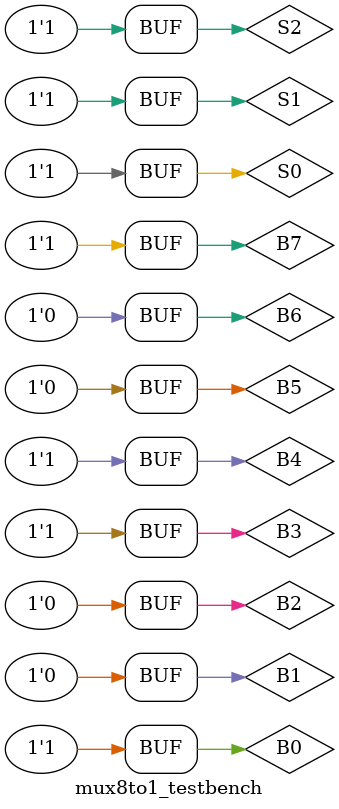
<source format=v>
`define DELAY 20
module mux8to1_testbench(); 
reg S0, S1, S2, B0, B1, B2, B3, B4, B5, B6, B7;
wire O;

mux8to1 m81tb (O, S0, S1, S2, B0, B1, B2, B3, B4, B5, B6, B7);

initial begin

B7= 1'b1; B6 = 1'b0; B5 = 1'b1; B4 = 1'b0; B3= 1'b1; B2 = 1'b0; B1 = 1'b1; B0 = 1'b0;

S2 = 1'b0; S1 = 1'b0; S0 = 1'b0;
#`DELAY;
S2 = 1'b1; S1 = 1'b0; S0 = 1'b0;
#`DELAY;
S2 = 1'b0; S1 = 1'b1; S0 = 1'b0;
#`DELAY;
S2 = 1'b1; S1 = 1'b1; S0 = 1'b0;
#`DELAY;
S2 = 1'b0; S1 = 1'b0; S0 = 1'b1;
#`DELAY;
S2 = 1'b1; S1 = 1'b0; S0 = 1'b1;
#`DELAY;
S2 = 1'b0; S1 = 1'b1; S0 = 1'b1;
#`DELAY;
S2 = 1'b1; S1 = 1'b1; S0 = 1'b1;
#`DELAY;

B7= 1'b1; B6 = 1'b0; B5 = 1'b0; B4 = 1'b1; B3= 1'b1; B2 = 1'b0; B1 = 1'b0; B0 = 1'b1;

S2 = 1'b0; S1 = 1'b0; S0 = 1'b0;
#`DELAY;
S2 = 1'b1; S1 = 1'b0; S0 = 1'b0;
#`DELAY;
S2 = 1'b0; S1 = 1'b1; S0 = 1'b0;
#`DELAY;
S2 = 1'b1; S1 = 1'b1; S0 = 1'b0;
#`DELAY;
S2 = 1'b0; S1 = 1'b0; S0 = 1'b1;
#`DELAY;
S2 = 1'b1; S1 = 1'b0; S0 = 1'b1;
#`DELAY;
S2 = 1'b0; S1 = 1'b1; S0 = 1'b1;
#`DELAY;
S2 = 1'b1; S1 = 1'b1; S0 = 1'b1;
#`DELAY;



end

initial
begin
$monitor("time = %2d, S2 = %1b, S1 = %1b, S0 = %1b, B7 = %1b, B6 = %1b,  B5 = %1b, B4 = %1b, B3 = %1b, B2 = %1b,  B1 = %1b, B0 = %1b, O = %1b", $time,S2, S1,S0,B7,B6,B5,B4, B3, B2, B1, B0, O);
end

endmodule

</source>
